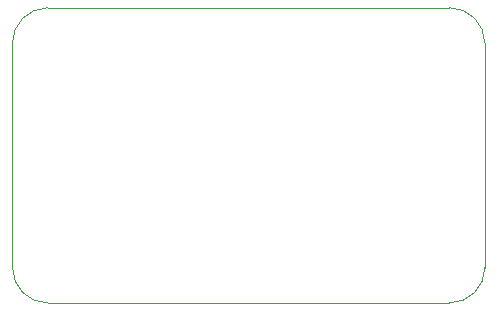
<source format=gbr>
G04 #@! TF.GenerationSoftware,KiCad,Pcbnew,7.0.8*
G04 #@! TF.CreationDate,2023-11-15T13:15:02+05:30*
G04 #@! TF.ProjectId,m5-atom-carrier-board,6d352d61-746f-46d2-9d63-617272696572,1*
G04 #@! TF.SameCoordinates,Original*
G04 #@! TF.FileFunction,Profile,NP*
%FSLAX46Y46*%
G04 Gerber Fmt 4.6, Leading zero omitted, Abs format (unit mm)*
G04 Created by KiCad (PCBNEW 7.0.8) date 2023-11-15 13:15:02*
%MOMM*%
%LPD*%
G01*
G04 APERTURE LIST*
G04 #@! TA.AperFunction,Profile*
%ADD10C,0.100000*%
G04 #@! TD*
G04 APERTURE END LIST*
D10*
X117000000Y-75000000D02*
G75*
G03*
X120000000Y-72000000I0J3000000D01*
G01*
X120000000Y-53000000D02*
G75*
G03*
X117000000Y-50000000I-3000000J0D01*
G01*
X83000000Y-50000000D02*
G75*
G03*
X80000000Y-53000000I0J-3000000D01*
G01*
X120000000Y-53000000D02*
X120000000Y-72000000D01*
X80000000Y-72000000D02*
G75*
G03*
X83000000Y-75000000I3000000J0D01*
G01*
X80000000Y-53000000D02*
X80000000Y-72000000D01*
X83000000Y-75000000D02*
X117000000Y-75000000D01*
X117000000Y-50000000D02*
X83000000Y-50000000D01*
M02*

</source>
